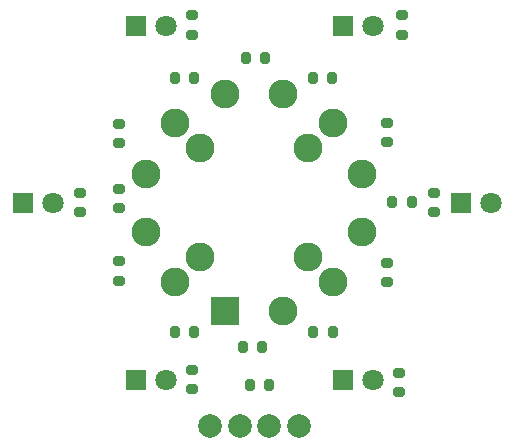
<source format=gbs>
G04 #@! TF.GenerationSoftware,KiCad,Pcbnew,9.0.4-9.0.4-0~ubuntu24.04.1*
G04 #@! TF.CreationDate,2025-09-13T11:56:24+02:00*
G04 #@! TF.ProjectId,SMG_OVN_DE96-00994A,534d475f-4f56-44e5-9f44-4539362d3030,1*
G04 #@! TF.SameCoordinates,Original*
G04 #@! TF.FileFunction,Soldermask,Bot*
G04 #@! TF.FilePolarity,Negative*
%FSLAX46Y46*%
G04 Gerber Fmt 4.6, Leading zero omitted, Abs format (unit mm)*
G04 Created by KiCad (PCBNEW 9.0.4-9.0.4-0~ubuntu24.04.1) date 2025-09-13 11:56:24*
%MOMM*%
%LPD*%
G01*
G04 APERTURE LIST*
G04 Aperture macros list*
%AMRoundRect*
0 Rectangle with rounded corners*
0 $1 Rounding radius*
0 $2 $3 $4 $5 $6 $7 $8 $9 X,Y pos of 4 corners*
0 Add a 4 corners polygon primitive as box body*
4,1,4,$2,$3,$4,$5,$6,$7,$8,$9,$2,$3,0*
0 Add four circle primitives for the rounded corners*
1,1,$1+$1,$2,$3*
1,1,$1+$1,$4,$5*
1,1,$1+$1,$6,$7*
1,1,$1+$1,$8,$9*
0 Add four rect primitives between the rounded corners*
20,1,$1+$1,$2,$3,$4,$5,0*
20,1,$1+$1,$4,$5,$6,$7,0*
20,1,$1+$1,$6,$7,$8,$9,0*
20,1,$1+$1,$8,$9,$2,$3,0*%
G04 Aperture macros list end*
%ADD10R,1.800000X1.800000*%
%ADD11C,1.800000*%
%ADD12C,2.000000*%
%ADD13RoundRect,0.102000X1.125000X-1.125000X1.125000X1.125000X-1.125000X1.125000X-1.125000X-1.125000X0*%
%ADD14C,2.454000*%
%ADD15RoundRect,0.200000X-0.200000X-0.275000X0.200000X-0.275000X0.200000X0.275000X-0.200000X0.275000X0*%
%ADD16RoundRect,0.200000X0.275000X-0.200000X0.275000X0.200000X-0.275000X0.200000X-0.275000X-0.200000X0*%
%ADD17RoundRect,0.200000X-0.275000X0.200000X-0.275000X-0.200000X0.275000X-0.200000X0.275000X0.200000X0*%
%ADD18RoundRect,0.200000X0.200000X0.275000X-0.200000X0.275000X-0.200000X-0.275000X0.200000X-0.275000X0*%
G04 APERTURE END LIST*
D10*
G04 #@! TO.C,D4*
X134900000Y-104300000D03*
D11*
X137440000Y-104300000D03*
G04 #@! TD*
D10*
G04 #@! TO.C,D3*
X144500000Y-89300000D03*
D11*
X147040000Y-89300000D03*
G04 #@! TD*
D10*
G04 #@! TO.C,D1*
X172000000Y-104300000D03*
D11*
X174540000Y-104300000D03*
G04 #@! TD*
D10*
G04 #@! TO.C,D5*
X144500000Y-119300000D03*
D11*
X147040000Y-119300000D03*
G04 #@! TD*
D10*
G04 #@! TO.C,D6*
X162000000Y-119300000D03*
D11*
X164540000Y-119300000D03*
G04 #@! TD*
D10*
G04 #@! TO.C,D2*
X162000000Y-89300000D03*
D11*
X164540000Y-89300000D03*
G04 #@! TD*
D12*
G04 #@! TO.C,J1*
X150750000Y-123150000D03*
X153250000Y-123150000D03*
X155750000Y-123150000D03*
X158238070Y-123150000D03*
G04 #@! TD*
D13*
G04 #@! TO.C,RS1*
X152000000Y-113452000D03*
D14*
X147741000Y-110994000D03*
X145283000Y-106735000D03*
X145283000Y-101817000D03*
X147741000Y-97558000D03*
X152000000Y-95100000D03*
X156918000Y-95100000D03*
X161177000Y-97558000D03*
X163635000Y-101817000D03*
X163635000Y-106735000D03*
X161177000Y-110994000D03*
X156918000Y-113452000D03*
X149863000Y-108872000D03*
X149863000Y-99680000D03*
X159055000Y-108872000D03*
X159055000Y-99680000D03*
G04 #@! TD*
D15*
G04 #@! TO.C,R4*
X153500000Y-116500000D03*
X155150000Y-116500000D03*
G04 #@! TD*
D16*
G04 #@! TO.C,R2*
X165750000Y-111000000D03*
X165750000Y-109350000D03*
G04 #@! TD*
D17*
G04 #@! TO.C,R16*
X139750000Y-103425000D03*
X139750000Y-105075000D03*
G04 #@! TD*
D18*
G04 #@! TO.C,R13*
X155750000Y-119750000D03*
X154100000Y-119750000D03*
G04 #@! TD*
D15*
G04 #@! TO.C,R11*
X159425000Y-93750000D03*
X161075000Y-93750000D03*
G04 #@! TD*
G04 #@! TO.C,R3*
X159500000Y-115250000D03*
X161150000Y-115250000D03*
G04 #@! TD*
D16*
G04 #@! TO.C,R8*
X143000000Y-99250000D03*
X143000000Y-97600000D03*
G04 #@! TD*
D15*
G04 #@! TO.C,R1*
X166175000Y-104250000D03*
X167825000Y-104250000D03*
G04 #@! TD*
D16*
G04 #@! TO.C,R18*
X166750000Y-120325000D03*
X166750000Y-118675000D03*
G04 #@! TD*
D15*
G04 #@! TO.C,R10*
X153750000Y-92000000D03*
X155400000Y-92000000D03*
G04 #@! TD*
D16*
G04 #@! TO.C,R7*
X143000000Y-104750000D03*
X143000000Y-103100000D03*
G04 #@! TD*
D17*
G04 #@! TO.C,R15*
X149250000Y-88425000D03*
X149250000Y-90075000D03*
G04 #@! TD*
D15*
G04 #@! TO.C,R5*
X147750000Y-115250000D03*
X149400000Y-115250000D03*
G04 #@! TD*
D17*
G04 #@! TO.C,R14*
X167000000Y-88425000D03*
X167000000Y-90075000D03*
G04 #@! TD*
D15*
G04 #@! TO.C,R9*
X147750000Y-93750000D03*
X149400000Y-93750000D03*
G04 #@! TD*
D17*
G04 #@! TO.C,R19*
X169750000Y-103425000D03*
X169750000Y-105075000D03*
G04 #@! TD*
G04 #@! TO.C,R6*
X143000000Y-109250000D03*
X143000000Y-110900000D03*
G04 #@! TD*
G04 #@! TO.C,R17*
X149250000Y-118425000D03*
X149250000Y-120075000D03*
G04 #@! TD*
G04 #@! TO.C,R12*
X165750000Y-97500000D03*
X165750000Y-99150000D03*
G04 #@! TD*
M02*

</source>
